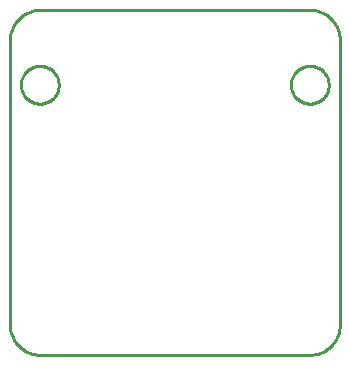
<source format=gbr>
G04 EAGLE Gerber RS-274X export*
G75*
%MOMM*%
%FSLAX34Y34*%
%LPD*%
%IN*%
%IPPOS*%
%AMOC8*
5,1,8,0,0,1.08239X$1,22.5*%
G01*
%ADD10C,0.254000*%


D10*
X0Y25400D02*
X97Y23186D01*
X386Y20989D01*
X865Y18826D01*
X1532Y16713D01*
X2380Y14666D01*
X3403Y12700D01*
X4594Y10831D01*
X5942Y9073D01*
X7440Y7440D01*
X9073Y5942D01*
X10831Y4594D01*
X12700Y3403D01*
X14666Y2380D01*
X16713Y1532D01*
X18826Y865D01*
X20989Y386D01*
X23186Y97D01*
X25400Y0D01*
X254000Y0D01*
X256214Y97D01*
X258411Y386D01*
X260574Y865D01*
X262687Y1532D01*
X264735Y2380D01*
X266700Y3403D01*
X268569Y4594D01*
X270327Y5942D01*
X271961Y7440D01*
X273458Y9073D01*
X274806Y10831D01*
X275997Y12700D01*
X277020Y14666D01*
X277868Y16713D01*
X278535Y18826D01*
X279014Y20989D01*
X279303Y23186D01*
X279400Y25400D01*
X279400Y266700D01*
X279303Y268914D01*
X279014Y271111D01*
X278535Y273274D01*
X277868Y275387D01*
X277020Y277435D01*
X275997Y279400D01*
X274806Y281269D01*
X273458Y283027D01*
X271961Y284661D01*
X270327Y286158D01*
X268569Y287506D01*
X266700Y288697D01*
X264735Y289720D01*
X262687Y290568D01*
X260574Y291235D01*
X258411Y291714D01*
X256214Y292003D01*
X254000Y292100D01*
X25400Y292100D01*
X23186Y292003D01*
X20989Y291714D01*
X18826Y291235D01*
X16713Y290568D01*
X14666Y289720D01*
X12700Y288697D01*
X10831Y287506D01*
X9073Y286158D01*
X7440Y284661D01*
X5942Y283027D01*
X4594Y281269D01*
X3403Y279400D01*
X2380Y277435D01*
X1532Y275387D01*
X865Y273274D01*
X386Y271111D01*
X97Y268914D01*
X0Y266700D01*
X0Y25400D01*
X41400Y228076D02*
X41332Y227031D01*
X41195Y225992D01*
X40990Y224965D01*
X40719Y223953D01*
X40383Y222961D01*
X39982Y221993D01*
X39518Y221054D01*
X38995Y220146D01*
X38413Y219275D01*
X37775Y218444D01*
X37084Y217657D01*
X36343Y216916D01*
X35556Y216225D01*
X34725Y215588D01*
X33854Y215006D01*
X32946Y214482D01*
X32007Y214018D01*
X31039Y213617D01*
X30047Y213281D01*
X29035Y213010D01*
X28008Y212805D01*
X26969Y212669D01*
X25924Y212600D01*
X24876Y212600D01*
X23831Y212669D01*
X22792Y212805D01*
X21765Y213010D01*
X20753Y213281D01*
X19761Y213617D01*
X18793Y214018D01*
X17854Y214482D01*
X16946Y215006D01*
X16075Y215588D01*
X15244Y216225D01*
X14457Y216916D01*
X13716Y217657D01*
X13025Y218444D01*
X12388Y219275D01*
X11806Y220146D01*
X11282Y221054D01*
X10818Y221993D01*
X10417Y222961D01*
X10081Y223953D01*
X9810Y224965D01*
X9605Y225992D01*
X9469Y227031D01*
X9400Y228076D01*
X9400Y229124D01*
X9469Y230169D01*
X9605Y231208D01*
X9810Y232235D01*
X10081Y233247D01*
X10417Y234239D01*
X10818Y235207D01*
X11282Y236146D01*
X11806Y237054D01*
X12388Y237925D01*
X13025Y238756D01*
X13716Y239543D01*
X14457Y240284D01*
X15244Y240975D01*
X16075Y241613D01*
X16946Y242195D01*
X17854Y242718D01*
X18793Y243182D01*
X19761Y243583D01*
X20753Y243919D01*
X21765Y244190D01*
X22792Y244395D01*
X23831Y244532D01*
X24876Y244600D01*
X25924Y244600D01*
X26969Y244532D01*
X28008Y244395D01*
X29035Y244190D01*
X30047Y243919D01*
X31039Y243583D01*
X32007Y243182D01*
X32946Y242718D01*
X33854Y242195D01*
X34725Y241613D01*
X35556Y240975D01*
X36343Y240284D01*
X37084Y239543D01*
X37775Y238756D01*
X38413Y237925D01*
X38995Y237054D01*
X39518Y236146D01*
X39982Y235207D01*
X40383Y234239D01*
X40719Y233247D01*
X40990Y232235D01*
X41195Y231208D01*
X41332Y230169D01*
X41400Y229124D01*
X41400Y228076D01*
X270000Y228076D02*
X269932Y227031D01*
X269795Y225992D01*
X269590Y224965D01*
X269319Y223953D01*
X268983Y222961D01*
X268582Y221993D01*
X268118Y221054D01*
X267595Y220146D01*
X267013Y219275D01*
X266375Y218444D01*
X265684Y217657D01*
X264943Y216916D01*
X264156Y216225D01*
X263325Y215588D01*
X262454Y215006D01*
X261546Y214482D01*
X260607Y214018D01*
X259639Y213617D01*
X258647Y213281D01*
X257635Y213010D01*
X256608Y212805D01*
X255569Y212669D01*
X254524Y212600D01*
X253476Y212600D01*
X252431Y212669D01*
X251392Y212805D01*
X250365Y213010D01*
X249353Y213281D01*
X248361Y213617D01*
X247393Y214018D01*
X246454Y214482D01*
X245546Y215006D01*
X244675Y215588D01*
X243844Y216225D01*
X243057Y216916D01*
X242316Y217657D01*
X241625Y218444D01*
X240988Y219275D01*
X240406Y220146D01*
X239882Y221054D01*
X239418Y221993D01*
X239017Y222961D01*
X238681Y223953D01*
X238410Y224965D01*
X238205Y225992D01*
X238069Y227031D01*
X238000Y228076D01*
X238000Y229124D01*
X238069Y230169D01*
X238205Y231208D01*
X238410Y232235D01*
X238681Y233247D01*
X239017Y234239D01*
X239418Y235207D01*
X239882Y236146D01*
X240406Y237054D01*
X240988Y237925D01*
X241625Y238756D01*
X242316Y239543D01*
X243057Y240284D01*
X243844Y240975D01*
X244675Y241613D01*
X245546Y242195D01*
X246454Y242718D01*
X247393Y243182D01*
X248361Y243583D01*
X249353Y243919D01*
X250365Y244190D01*
X251392Y244395D01*
X252431Y244532D01*
X253476Y244600D01*
X254524Y244600D01*
X255569Y244532D01*
X256608Y244395D01*
X257635Y244190D01*
X258647Y243919D01*
X259639Y243583D01*
X260607Y243182D01*
X261546Y242718D01*
X262454Y242195D01*
X263325Y241613D01*
X264156Y240975D01*
X264943Y240284D01*
X265684Y239543D01*
X266375Y238756D01*
X267013Y237925D01*
X267595Y237054D01*
X268118Y236146D01*
X268582Y235207D01*
X268983Y234239D01*
X269319Y233247D01*
X269590Y232235D01*
X269795Y231208D01*
X269932Y230169D01*
X270000Y229124D01*
X270000Y228076D01*
M02*

</source>
